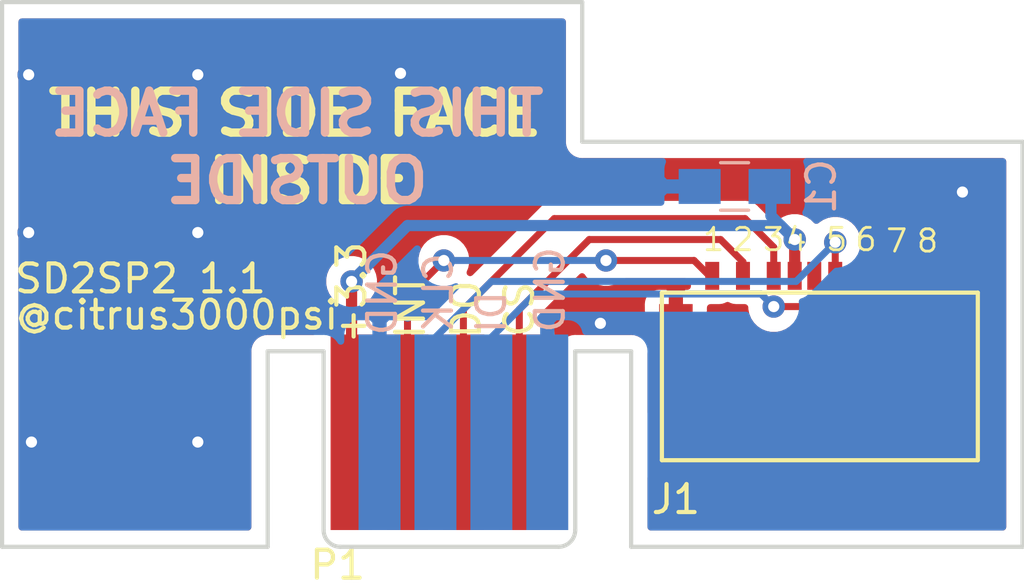
<source format=kicad_pcb>
(kicad_pcb (version 20171130) (host pcbnew "(5.1.0)-1")

  (general
    (thickness 1.2)
    (drawings 36)
    (tracks 53)
    (zones 0)
    (modules 3)
    (nets 9)
  )

  (page A4)
  (layers
    (0 F.Cu signal)
    (31 B.Cu signal)
    (32 B.Adhes user)
    (33 F.Adhes user)
    (34 B.Paste user)
    (35 F.Paste user)
    (36 B.SilkS user)
    (37 F.SilkS user)
    (38 B.Mask user hide)
    (39 F.Mask user)
    (40 Dwgs.User user)
    (41 Cmts.User user)
    (42 Eco1.User user)
    (43 Eco2.User user)
    (44 Edge.Cuts user)
    (45 Margin user)
    (46 B.CrtYd user)
    (47 F.CrtYd user)
    (48 B.Fab user)
    (49 F.Fab user)
  )

  (setup
    (last_trace_width 0.25)
    (user_trace_width 0.3)
    (user_trace_width 0.4)
    (trace_clearance 0.2)
    (zone_clearance 0.508)
    (zone_45_only no)
    (trace_min 0.2)
    (via_size 0.8)
    (via_drill 0.4)
    (via_min_size 0.4)
    (via_min_drill 0.3)
    (uvia_size 0.3)
    (uvia_drill 0.1)
    (uvias_allowed no)
    (uvia_min_size 0.2)
    (uvia_min_drill 0.1)
    (edge_width 0.15)
    (segment_width 0.2)
    (pcb_text_width 0.3)
    (pcb_text_size 1.5 1.5)
    (mod_edge_width 0.15)
    (mod_text_size 1 1)
    (mod_text_width 0.15)
    (pad_size 1.5 7)
    (pad_drill 0)
    (pad_to_mask_clearance 0.2)
    (aux_axis_origin 0 0)
    (visible_elements 7FFFFFFF)
    (pcbplotparams
      (layerselection 0x010f0_ffffffff)
      (usegerberextensions true)
      (usegerberattributes false)
      (usegerberadvancedattributes false)
      (creategerberjobfile false)
      (excludeedgelayer true)
      (linewidth 0.100000)
      (plotframeref false)
      (viasonmask false)
      (mode 1)
      (useauxorigin false)
      (hpglpennumber 1)
      (hpglpenspeed 20)
      (hpglpendiameter 15.000000)
      (psnegative false)
      (psa4output false)
      (plotreference true)
      (plotvalue true)
      (plotinvisibletext false)
      (padsonsilk false)
      (subtractmaskfromsilk false)
      (outputformat 1)
      (mirror false)
      (drillshape 0)
      (scaleselection 1)
      (outputdirectory "gerber_new/"))
  )

  (net 0 "")
  (net 1 /+3.3)
  (net 2 GND)
  (net 3 /INT)
  (net 4 /CLK)
  (net 5 /DO)
  (net 6 /DI)
  (net 7 /CS)
  (net 8 "Net-(J1-Pad8)")

  (net_class Default "This is the default net class."
    (clearance 0.2)
    (trace_width 0.25)
    (via_dia 0.8)
    (via_drill 0.4)
    (uvia_dia 0.3)
    (uvia_drill 0.1)
    (add_net /+3.3)
    (add_net /CLK)
    (add_net /CS)
    (add_net /DI)
    (add_net /DO)
    (add_net /INT)
    (add_net GND)
    (add_net "Net-(J1-Pad8)")
  )

  (module gc_sp2:SP2_FootPrint (layer F.Cu) (tedit 5BB4D81F) (tstamp 5BB4C95D)
    (at 75.5 115.9)
    (path /5BB384EE)
    (fp_text reference P1 (at -0.5 4.75) (layer F.SilkS)
      (effects (font (size 1 1) (thickness 0.15)))
    )
    (fp_text value SerialPort (at 4.5 4.75) (layer F.Fab)
      (effects (font (size 1 1) (thickness 0.15)))
    )
    (pad 1 smd rect (at 0 0) (size 1.5 7) (layers F.Cu F.Paste F.Mask)
      (net 1 /+3.3))
    (pad 2 smd rect (at 1 0) (size 1.5 7) (layers B.Cu B.Paste B.Mask)
      (net 2 GND))
    (pad 3 smd rect (at 2 0) (size 1.5 7) (layers F.Cu F.Paste F.Mask)
      (net 3 /INT))
    (pad 4 smd rect (at 3 0) (size 1.5 7) (layers B.Cu B.Adhes B.Mask)
      (net 4 /CLK))
    (pad 5 smd rect (at 4 0) (size 1.5 7) (layers F.Cu F.Paste F.Mask)
      (net 6 /DI))
    (pad 6 smd rect (at 5 0) (size 1.5 7) (layers B.Cu B.Paste B.Mask)
      (net 5 /DO))
    (pad 7 smd rect (at 6 0) (size 1.5 7) (layers F.Cu F.Paste F.Mask)
      (net 7 /CS))
    (pad 8 smd rect (at 7 0) (size 1.5 7) (layers B.Cu B.Paste B.Mask)
      (net 2 GND))
  )

  (module gc_sp2:1050270001 (layer F.Cu) (tedit 5BB4CF60) (tstamp 5BB50819)
    (at 96.1 110.3 180)
    (path /5BB385EE)
    (fp_text reference J1 (at 9 -8) (layer F.SilkS)
      (effects (font (size 1 1) (thickness 0.15)))
    )
    (fp_text value Micro_SD_Card (at 4 -3.9 180) (layer F.Fab)
      (effects (font (size 1 1) (thickness 0.15)))
    )
    (fp_line (start -1.8 -6.6) (end 9.5 -6.6) (layer F.SilkS) (width 0.15))
    (fp_line (start 9.5 -6.6) (end 9.5 -0.6) (layer F.SilkS) (width 0.15))
    (fp_line (start 9.5 -0.6) (end -1.8 -0.6) (layer F.SilkS) (width 0.15))
    (fp_line (start -1.8 -0.6) (end -1.8 -6.6) (layer F.SilkS) (width 0.15))
    (pad 8 smd rect (at 0 0 180) (size 0.5 1) (layers F.Cu F.Paste F.Mask)
      (net 8 "Net-(J1-Pad8)"))
    (pad 7 smd rect (at 1.1 0 180) (size 0.5 1) (layers F.Cu F.Paste F.Mask)
      (net 5 /DO))
    (pad 6 smd rect (at 2.2 0 180) (size 0.5 1) (layers F.Cu F.Paste F.Mask)
      (net 2 GND))
    (pad 5 smd rect (at 3.3 0 180) (size 0.5 1) (layers F.Cu F.Paste F.Mask)
      (net 4 /CLK))
    (pad "" smd rect (at 4.05 0 180) (size 0.5 1) (layers F.Cu F.Paste F.Mask))
    (pad 4 smd rect (at 4.75 0 180) (size 0.5 1) (layers F.Cu F.Paste F.Mask)
      (net 1 /+3.3))
    (pad 3 smd rect (at 5.5 0 180) (size 0.5 1) (layers F.Cu F.Paste F.Mask)
      (net 6 /DI))
    (pad 2 smd rect (at 6.6 0 180) (size 0.5 1) (layers F.Cu F.Paste F.Mask)
      (net 7 /CS))
    (pad 1 smd rect (at 7.7 0 180) (size 0.5 1) (layers F.Cu F.Paste F.Mask)
      (net 3 /INT))
    (pad 9 smd rect (at 9 -1.61 180) (size 1.2 1.2) (layers F.Cu F.Paste F.Mask)
      (net 2 GND))
    (pad 9 smd rect (at 9 -6.06 180) (size 1.2 1.2) (layers F.Cu F.Paste F.Mask)
      (net 2 GND))
    (pad 9 smd rect (at -1.3 -1.61 180) (size 1.2 1.2) (layers F.Cu F.Paste F.Mask)
      (net 2 GND))
    (pad 9 smd rect (at -1.3 -6.06 180) (size 1.2 1.2) (layers F.Cu F.Paste F.Mask)
      (net 2 GND))
  )

  (module Capacitors_SMD:C_0805_HandSoldering (layer B.Cu) (tedit 5BB4D9BD) (tstamp 5BBDD2DA)
    (at 89.2 107.1 180)
    (descr "Capacitor SMD 0805, hand soldering")
    (tags "capacitor 0805")
    (path /5BB39511)
    (attr smd)
    (fp_text reference C1 (at -3.1 0 90) (layer B.SilkS)
      (effects (font (size 1 1) (thickness 0.15)) (justify mirror))
    )
    (fp_text value .1 (at 3.1 0 180) (layer B.Fab) hide
      (effects (font (size 0.15 0.15) (thickness 0.0375)) (justify mirror))
    )
    (fp_text user %R (at -3.2 -0.1 270) (layer B.Fab)
      (effects (font (size 1 1) (thickness 0.15)) (justify mirror))
    )
    (fp_line (start -1 -0.62) (end -1 0.62) (layer B.Fab) (width 0.1))
    (fp_line (start 1 -0.62) (end -1 -0.62) (layer B.Fab) (width 0.1))
    (fp_line (start 1 0.62) (end 1 -0.62) (layer B.Fab) (width 0.1))
    (fp_line (start -1 0.62) (end 1 0.62) (layer B.Fab) (width 0.1))
    (fp_line (start 0.5 0.85) (end -0.5 0.85) (layer B.SilkS) (width 0.12))
    (fp_line (start -0.5 -0.85) (end 0.5 -0.85) (layer B.SilkS) (width 0.12))
    (fp_line (start -2.25 0.88) (end 2.25 0.88) (layer B.CrtYd) (width 0.05))
    (fp_line (start -2.25 0.88) (end -2.25 -0.87) (layer B.CrtYd) (width 0.05))
    (fp_line (start 2.25 -0.87) (end 2.25 0.88) (layer B.CrtYd) (width 0.05))
    (fp_line (start 2.25 -0.87) (end -2.25 -0.87) (layer B.CrtYd) (width 0.05))
    (pad 1 smd rect (at -1.25 0 180) (size 1.5 1.25) (layers B.Cu B.Paste B.Mask)
      (net 1 /+3.3))
    (pad 2 smd rect (at 1.25 0 180) (size 1.5 1.25) (layers B.Cu B.Paste B.Mask)
      (net 2 GND))
    (model Capacitors_SMD.3dshapes/C_0805.wrl
      (at (xyz 0 0 0))
      (scale (xyz 1 1 1))
      (rotate (xyz 0 0 0))
    )
  )

  (gr_arc (start 75.1 119.4) (end 74.5 119.4) (angle -90) (layer Edge.Cuts) (width 0.15) (tstamp 5CDEC216))
  (gr_arc (start 82.9 119.4) (end 82.9 120) (angle -90) (layer Edge.Cuts) (width 0.15))
  (gr_text DI (at 80.5 111.6 90) (layer B.SilkS) (tstamp 5BB50BBE)
    (effects (font (size 1 1) (thickness 0.15)) (justify mirror))
  )
  (gr_text CLK (at 78.6 110.9 90) (layer B.SilkS) (tstamp 5BB50BB9)
    (effects (font (size 1 1) (thickness 0.15)) (justify mirror))
  )
  (gr_text GND (at 76.6 110.9 90) (layer B.SilkS) (tstamp 5BB50BB6)
    (effects (font (size 1 1) (thickness 0.15)) (justify mirror))
  )
  (gr_text GND (at 82.6 110.8 90) (layer B.SilkS)
    (effects (font (size 1 1) (thickness 0.15)) (justify mirror))
  )
  (gr_text +3.3 (at 75.5 110.9 90) (layer F.SilkS) (tstamp 5BB50B3C)
    (effects (font (size 1 1) (thickness 0.15)))
  )
  (gr_text INT (at 77.6 111.4 90) (layer F.SilkS) (tstamp 5BB50B37)
    (effects (font (size 1 1) (thickness 0.15)))
  )
  (gr_text DO (at 79.6 111.5 90) (layer F.SilkS) (tstamp 5BB50B32)
    (effects (font (size 1 1) (thickness 0.15)))
  )
  (gr_text CS (at 81.5 111.5 90) (layer F.SilkS)
    (effects (font (size 1 1) (thickness 0.15)))
  )
  (gr_text 7 (at 95 109.05) (layer F.SilkS) (tstamp 5BB50B26)
    (effects (font (size 0.8 0.8) (thickness 0.1)))
  )
  (gr_text 6 (at 93.9 109) (layer F.SilkS) (tstamp 5BB50B22)
    (effects (font (size 0.8 0.8) (thickness 0.1)))
  )
  (gr_text 5 (at 92.85 109) (layer F.SilkS) (tstamp 5BB50B1D)
    (effects (font (size 0.8 0.8) (thickness 0.1)))
  )
  (gr_text 4 (at 91.4 109) (layer F.SilkS) (tstamp 5BB50B18)
    (effects (font (size 0.8 0.8) (thickness 0.1)))
  )
  (gr_text 3 (at 90.6 109) (layer F.SilkS) (tstamp 5BB50B14)
    (effects (font (size 0.8 0.8) (thickness 0.1)))
  )
  (gr_text 2 (at 89.5 109) (layer F.SilkS) (tstamp 5BB50B0C)
    (effects (font (size 0.8 0.8) (thickness 0.1)))
  )
  (gr_text 1 (at 88.45 109) (layer F.SilkS) (tstamp 5BB50B07)
    (effects (font (size 0.8 0.8) (thickness 0.1)))
  )
  (gr_text 8 (at 96.1 109.05) (layer F.SilkS)
    (effects (font (size 0.8 0.8) (thickness 0.1)))
  )
  (gr_text "SD2SP2 1.1" (at 67.95 110.4) (layer F.SilkS)
    (effects (font (size 1 1) (thickness 0.15)))
  )
  (gr_text @citrus3000psi (at 69.25 111.7) (layer F.SilkS)
    (effects (font (size 1 1) (thickness 0.15)))
  )
  (gr_text "THIS SIDE FACE\nOUTSIDE" (at 73.55 105.7) (layer B.SilkS)
    (effects (font (size 1.5 1.5) (thickness 0.3)) (justify mirror))
  )
  (gr_line (start 83.75 105.5) (end 83.75 100.5) (layer Edge.Cuts) (width 0.15))
  (gr_line (start 99.5 105.5) (end 83.75 105.5) (layer Edge.Cuts) (width 0.15))
  (gr_text "THIS SIDE FACE \nINSIDE" (at 74.05 105.7) (layer F.SilkS) (tstamp 5BB50AE4)
    (effects (font (size 1.5 1.5) (thickness 0.3)))
  )
  (gr_line (start 75.1 120) (end 82.9 120) (layer Edge.Cuts) (width 0.15))
  (gr_line (start 74.5 113) (end 74.5 119.4) (layer Edge.Cuts) (width 0.15))
  (gr_line (start 72.5 113) (end 74.5 113) (layer Edge.Cuts) (width 0.15))
  (gr_line (start 83.5 113) (end 83.5 119.4) (layer Edge.Cuts) (width 0.15))
  (gr_line (start 83.5 113) (end 85.5 113) (layer Edge.Cuts) (width 0.15))
  (gr_line (start 85.5 120) (end 85.5 113) (layer Edge.Cuts) (width 0.15))
  (gr_line (start 72.5 120) (end 72.5 113) (layer Edge.Cuts) (width 0.15))
  (gr_line (start 99.5 120) (end 85.5 120) (layer Edge.Cuts) (width 0.15))
  (gr_line (start 63 120) (end 72.5 120) (layer Edge.Cuts) (width 0.15))
  (gr_line (start 63 120) (end 63 100.5) (layer Edge.Cuts) (width 0.15))
  (gr_line (start 99.5 105.5) (end 99.5 120) (layer Edge.Cuts) (width 0.15))
  (gr_line (start 63 100.5) (end 83.75 100.5) (layer Edge.Cuts) (width 0.15))

  (via (at 75.5 110.5) (size 0.8) (drill 0.4) (layers F.Cu B.Cu) (net 1))
  (segment (start 75.5 110.5) (end 75.5 116.25) (width 0.4) (layer F.Cu) (net 1))
  (segment (start 90.5 107.15) (end 90.45 107.1) (width 0.25) (layer B.Cu) (net 1))
  (segment (start 91.35 109.05) (end 91.35 110.3) (width 0.4) (layer F.Cu) (net 1))
  (via (at 91.35 109) (size 0.8) (drill 0.4) (layers F.Cu B.Cu) (net 1))
  (segment (start 90.5 108.15) (end 90.5 107.15) (width 0.4) (layer B.Cu) (net 1))
  (segment (start 91.35 109) (end 90.5 108.15) (width 0.4) (layer B.Cu) (net 1))
  (segment (start 77.5 108.5) (end 75.5 110.5) (width 0.4) (layer B.Cu) (net 1))
  (segment (start 91.35 109) (end 90.85 108.5) (width 0.4) (layer B.Cu) (net 1))
  (segment (start 90.85 108.5) (end 77.5 108.5) (width 0.4) (layer B.Cu) (net 1))
  (via (at 64.05 116.25) (size 0.8) (drill 0.4) (layers F.Cu B.Cu) (net 2) (tstamp 5BB50A69))
  (via (at 70 116.25) (size 0.8) (drill 0.4) (layers F.Cu B.Cu) (net 2) (tstamp 5BB50A6B))
  (via (at 63.95 108.75) (size 0.8) (drill 0.4) (layers F.Cu B.Cu) (net 2) (tstamp 5BB50A6D))
  (via (at 70 108.75) (size 0.8) (drill 0.4) (layers F.Cu B.Cu) (net 2) (tstamp 5BB50A6F))
  (via (at 63.95 103.1) (size 0.8) (drill 0.4) (layers F.Cu B.Cu) (net 2) (tstamp 5BB50A71))
  (via (at 70 103.1) (size 0.8) (drill 0.4) (layers F.Cu B.Cu) (net 2) (tstamp 5BB50A73))
  (via (at 77.25 103.05) (size 0.8) (drill 0.4) (layers F.Cu B.Cu) (net 2) (tstamp 5BB50A75))
  (via (at 84.4 112) (size 0.8) (drill 0.4) (layers F.Cu B.Cu) (net 2) (tstamp 5BB4F9DA))
  (via (at 97.35 107.3) (size 0.8) (drill 0.4) (layers F.Cu B.Cu) (net 2) (tstamp 5BB4F9E1))
  (segment (start 82.5 116.25) (end 82.5 112.2) (width 0.4) (layer B.Cu) (net 2))
  (segment (start 76.5 116.25) (end 76.5 112.05) (width 0.4) (layer B.Cu) (net 2))
  (via (at 84.6 109.75) (size 0.8) (drill 0.4) (layers F.Cu B.Cu) (net 3))
  (segment (start 88.3 110.3) (end 88.4 110.3) (width 0.25) (layer F.Cu) (net 3))
  (segment (start 84.6 109.75) (end 87.75 109.75) (width 0.25) (layer F.Cu) (net 3))
  (segment (start 87.75 109.75) (end 88.3 110.3) (width 0.25) (layer F.Cu) (net 3))
  (via (at 78.8 109.75) (size 0.8) (drill 0.4) (layers F.Cu B.Cu) (net 3))
  (segment (start 78.8 109.75) (end 84.6 109.75) (width 0.25) (layer B.Cu) (net 3))
  (segment (start 77.5 111.05) (end 77.5 116.25) (width 0.25) (layer F.Cu) (net 3))
  (segment (start 78.8 109.75) (end 77.5 111.05) (width 0.25) (layer F.Cu) (net 3))
  (via (at 92.8 109.1) (size 0.8) (drill 0.4) (layers F.Cu B.Cu) (net 4))
  (segment (start 92.8 109.1) (end 92.8 110.3) (width 0.25) (layer F.Cu) (net 4))
  (segment (start 78.5 112.5) (end 78.5 116.25) (width 0.25) (layer B.Cu) (net 4))
  (segment (start 80.5 110.5) (end 78.5 112.5) (width 0.25) (layer B.Cu) (net 4))
  (segment (start 92.8 109.1) (end 91.4 110.5) (width 0.25) (layer B.Cu) (net 4))
  (segment (start 91.4 110.5) (end 80.5 110.5) (width 0.25) (layer B.Cu) (net 4))
  (via (at 90.6 111.4) (size 0.8) (drill 0.4) (layers F.Cu B.Cu) (net 5))
  (segment (start 80.5 112.5) (end 80.5 116.25) (width 0.25) (layer B.Cu) (net 5))
  (segment (start 82.05 110.95) (end 80.5 112.5) (width 0.25) (layer B.Cu) (net 5))
  (segment (start 90.6 111.4) (end 90.15 110.95) (width 0.25) (layer B.Cu) (net 5))
  (segment (start 90.15 110.95) (end 82.05 110.95) (width 0.25) (layer B.Cu) (net 5))
  (segment (start 90.6 111.4) (end 94.7 111.4) (width 0.25) (layer F.Cu) (net 5))
  (segment (start 95 111.1) (end 95 110.3) (width 0.25) (layer F.Cu) (net 5))
  (segment (start 94.7 111.4) (end 95 111.1) (width 0.25) (layer F.Cu) (net 5))
  (segment (start 79.5 111.5) (end 82.75 108.25) (width 0.25) (layer F.Cu) (net 6))
  (segment (start 79.5 116.25) (end 79.5 111.5) (width 0.25) (layer F.Cu) (net 6))
  (segment (start 90.6 110.3) (end 90.6 109.275) (width 0.25) (layer F.Cu) (net 6))
  (segment (start 89.575 108.25) (end 82.75 108.25) (width 0.25) (layer F.Cu) (net 6))
  (segment (start 90.6 109.275) (end 89.575 108.25) (width 0.25) (layer F.Cu) (net 6))
  (segment (start 89.5 109.8) (end 89.5 110.3) (width 0.25) (layer F.Cu) (net 7))
  (segment (start 88.7 109) (end 89.5 109.8) (width 0.25) (layer F.Cu) (net 7))
  (segment (start 84 109) (end 88.7 109) (width 0.25) (layer F.Cu) (net 7))
  (segment (start 81.5 116.25) (end 81.5 111.5) (width 0.25) (layer F.Cu) (net 7))
  (segment (start 81.5 111.5) (end 84 109) (width 0.25) (layer F.Cu) (net 7))

  (zone (net 2) (net_name GND) (layer F.Cu) (tstamp 5CAB6F32) (hatch edge 0.508)
    (connect_pads (clearance 0.508))
    (min_thickness 0.254)
    (fill yes (arc_segments 16) (thermal_gap 0.508) (thermal_bridge_width 0.508))
    (polygon
      (pts
        (xy 63 120) (xy 72.5 120) (xy 72.5 113) (xy 85.5 113) (xy 85.5 120)
        (xy 99.5 120) (xy 99.5 105.5) (xy 83.75 105.5) (xy 83.75 100.5) (xy 63 100.5)
      )
    )
    (filled_polygon
      (pts
        (xy 83.04 105.465123) (xy 83.036565 105.5) (xy 83.050273 105.639184) (xy 83.090872 105.77302) (xy 83.1568 105.896363)
        (xy 83.245525 106.004475) (xy 83.353637 106.0932) (xy 83.47698 106.159128) (xy 83.610816 106.199727) (xy 83.75 106.213435)
        (xy 83.784877 106.21) (xy 98.79 106.21) (xy 98.790001 119.29) (xy 86.21 119.29) (xy 86.21 117.52501)
        (xy 86.25582 117.549502) (xy 86.375518 117.585812) (xy 86.5 117.598072) (xy 86.81425 117.595) (xy 86.973 117.43625)
        (xy 86.973 116.487) (xy 87.227 116.487) (xy 87.227 117.43625) (xy 87.38575 117.595) (xy 87.7 117.598072)
        (xy 87.824482 117.585812) (xy 87.94418 117.549502) (xy 88.054494 117.490537) (xy 88.151185 117.411185) (xy 88.230537 117.314494)
        (xy 88.289502 117.20418) (xy 88.325812 117.084482) (xy 88.338072 116.96) (xy 96.161928 116.96) (xy 96.174188 117.084482)
        (xy 96.210498 117.20418) (xy 96.269463 117.314494) (xy 96.348815 117.411185) (xy 96.445506 117.490537) (xy 96.55582 117.549502)
        (xy 96.675518 117.585812) (xy 96.8 117.598072) (xy 97.11425 117.595) (xy 97.273 117.43625) (xy 97.273 116.487)
        (xy 97.527 116.487) (xy 97.527 117.43625) (xy 97.68575 117.595) (xy 98 117.598072) (xy 98.124482 117.585812)
        (xy 98.24418 117.549502) (xy 98.354494 117.490537) (xy 98.451185 117.411185) (xy 98.530537 117.314494) (xy 98.589502 117.20418)
        (xy 98.625812 117.084482) (xy 98.638072 116.96) (xy 98.635 116.64575) (xy 98.47625 116.487) (xy 97.527 116.487)
        (xy 97.273 116.487) (xy 96.32375 116.487) (xy 96.165 116.64575) (xy 96.161928 116.96) (xy 88.338072 116.96)
        (xy 88.335 116.64575) (xy 88.17625 116.487) (xy 87.227 116.487) (xy 86.973 116.487) (xy 86.953 116.487)
        (xy 86.953 116.233) (xy 86.973 116.233) (xy 86.973 115.28375) (xy 87.227 115.28375) (xy 87.227 116.233)
        (xy 88.17625 116.233) (xy 88.335 116.07425) (xy 88.338072 115.76) (xy 96.161928 115.76) (xy 96.165 116.07425)
        (xy 96.32375 116.233) (xy 97.273 116.233) (xy 97.273 115.28375) (xy 97.527 115.28375) (xy 97.527 116.233)
        (xy 98.47625 116.233) (xy 98.635 116.07425) (xy 98.638072 115.76) (xy 98.625812 115.635518) (xy 98.589502 115.51582)
        (xy 98.530537 115.405506) (xy 98.451185 115.308815) (xy 98.354494 115.229463) (xy 98.24418 115.170498) (xy 98.124482 115.134188)
        (xy 98 115.121928) (xy 97.68575 115.125) (xy 97.527 115.28375) (xy 97.273 115.28375) (xy 97.11425 115.125)
        (xy 96.8 115.121928) (xy 96.675518 115.134188) (xy 96.55582 115.170498) (xy 96.445506 115.229463) (xy 96.348815 115.308815)
        (xy 96.269463 115.405506) (xy 96.210498 115.51582) (xy 96.174188 115.635518) (xy 96.161928 115.76) (xy 88.338072 115.76)
        (xy 88.325812 115.635518) (xy 88.289502 115.51582) (xy 88.230537 115.405506) (xy 88.151185 115.308815) (xy 88.054494 115.229463)
        (xy 87.94418 115.170498) (xy 87.824482 115.134188) (xy 87.7 115.121928) (xy 87.38575 115.125) (xy 87.227 115.28375)
        (xy 86.973 115.28375) (xy 86.81425 115.125) (xy 86.5 115.121928) (xy 86.375518 115.134188) (xy 86.25582 115.170498)
        (xy 86.21 115.19499) (xy 86.21 113.07501) (xy 86.25582 113.099502) (xy 86.375518 113.135812) (xy 86.5 113.148072)
        (xy 86.81425 113.145) (xy 86.973 112.98625) (xy 86.973 112.037) (xy 87.227 112.037) (xy 87.227 112.98625)
        (xy 87.38575 113.145) (xy 87.7 113.148072) (xy 87.824482 113.135812) (xy 87.94418 113.099502) (xy 88.054494 113.040537)
        (xy 88.151185 112.961185) (xy 88.230537 112.864494) (xy 88.289502 112.75418) (xy 88.325812 112.634482) (xy 88.338072 112.51)
        (xy 96.161928 112.51) (xy 96.174188 112.634482) (xy 96.210498 112.75418) (xy 96.269463 112.864494) (xy 96.348815 112.961185)
        (xy 96.445506 113.040537) (xy 96.55582 113.099502) (xy 96.675518 113.135812) (xy 96.8 113.148072) (xy 97.11425 113.145)
        (xy 97.273 112.98625) (xy 97.273 112.037) (xy 97.527 112.037) (xy 97.527 112.98625) (xy 97.68575 113.145)
        (xy 98 113.148072) (xy 98.124482 113.135812) (xy 98.24418 113.099502) (xy 98.354494 113.040537) (xy 98.451185 112.961185)
        (xy 98.530537 112.864494) (xy 98.589502 112.75418) (xy 98.625812 112.634482) (xy 98.638072 112.51) (xy 98.635 112.19575)
        (xy 98.47625 112.037) (xy 97.527 112.037) (xy 97.273 112.037) (xy 96.32375 112.037) (xy 96.165 112.19575)
        (xy 96.161928 112.51) (xy 88.338072 112.51) (xy 88.335 112.19575) (xy 88.17625 112.037) (xy 87.227 112.037)
        (xy 86.973 112.037) (xy 86.02375 112.037) (xy 85.865 112.19575) (xy 85.863111 112.389026) (xy 85.77302 112.340872)
        (xy 85.639184 112.300273) (xy 85.534877 112.29) (xy 85.5 112.286565) (xy 85.465123 112.29) (xy 83.534877 112.29)
        (xy 83.5 112.286565) (xy 83.465123 112.29) (xy 83.360816 112.300273) (xy 83.22698 112.340872) (xy 83.103637 112.4068)
        (xy 82.995525 112.495525) (xy 82.9068 112.603637) (xy 82.888072 112.638675) (xy 82.888072 112.4) (xy 82.875812 112.275518)
        (xy 82.839502 112.15582) (xy 82.780537 112.045506) (xy 82.701185 111.948815) (xy 82.604494 111.869463) (xy 82.49418 111.810498)
        (xy 82.374482 111.774188) (xy 82.307236 111.767565) (xy 82.764801 111.31) (xy 85.861928 111.31) (xy 85.865 111.62425)
        (xy 86.02375 111.783) (xy 86.973 111.783) (xy 86.973 110.83375) (xy 86.81425 110.675) (xy 86.5 110.671928)
        (xy 86.375518 110.684188) (xy 86.25582 110.720498) (xy 86.145506 110.779463) (xy 86.048815 110.858815) (xy 85.969463 110.955506)
        (xy 85.910498 111.06582) (xy 85.874188 111.185518) (xy 85.861928 111.31) (xy 82.764801 111.31) (xy 83.743578 110.331224)
        (xy 83.796063 110.409774) (xy 83.940226 110.553937) (xy 84.109744 110.667205) (xy 84.298102 110.745226) (xy 84.498061 110.785)
        (xy 84.701939 110.785) (xy 84.901898 110.745226) (xy 85.090256 110.667205) (xy 85.259774 110.553937) (xy 85.303711 110.51)
        (xy 87.435198 110.51) (xy 87.511928 110.58673) (xy 87.511928 110.673767) (xy 87.38575 110.675) (xy 87.227 110.83375)
        (xy 87.227 111.783) (xy 88.17625 111.783) (xy 88.335 111.62425) (xy 88.33682 111.438072) (xy 88.65 111.438072)
        (xy 88.774482 111.425812) (xy 88.89418 111.389502) (xy 88.95 111.359665) (xy 89.00582 111.389502) (xy 89.125518 111.425812)
        (xy 89.25 111.438072) (xy 89.565 111.438072) (xy 89.565 111.501939) (xy 89.604774 111.701898) (xy 89.682795 111.890256)
        (xy 89.796063 112.059774) (xy 89.940226 112.203937) (xy 90.109744 112.317205) (xy 90.298102 112.395226) (xy 90.498061 112.435)
        (xy 90.701939 112.435) (xy 90.901898 112.395226) (xy 91.090256 112.317205) (xy 91.259774 112.203937) (xy 91.303711 112.16)
        (xy 94.662678 112.16) (xy 94.7 112.163676) (xy 94.737322 112.16) (xy 94.737333 112.16) (xy 94.848986 112.149003)
        (xy 94.992247 112.105546) (xy 95.124276 112.034974) (xy 95.240001 111.940001) (xy 95.263804 111.910997) (xy 95.510998 111.663803)
        (xy 95.540001 111.640001) (xy 95.634974 111.524276) (xy 95.692895 111.415916) (xy 95.725518 111.425812) (xy 95.85 111.438072)
        (xy 96.16318 111.438072) (xy 96.165 111.62425) (xy 96.32375 111.783) (xy 97.273 111.783) (xy 97.273 110.83375)
        (xy 97.527 110.83375) (xy 97.527 111.783) (xy 98.47625 111.783) (xy 98.635 111.62425) (xy 98.638072 111.31)
        (xy 98.625812 111.185518) (xy 98.589502 111.06582) (xy 98.530537 110.955506) (xy 98.451185 110.858815) (xy 98.354494 110.779463)
        (xy 98.24418 110.720498) (xy 98.124482 110.684188) (xy 98 110.671928) (xy 97.68575 110.675) (xy 97.527 110.83375)
        (xy 97.273 110.83375) (xy 97.11425 110.675) (xy 96.988072 110.673767) (xy 96.988072 109.8) (xy 96.975812 109.675518)
        (xy 96.939502 109.55582) (xy 96.880537 109.445506) (xy 96.801185 109.348815) (xy 96.704494 109.269463) (xy 96.59418 109.210498)
        (xy 96.474482 109.174188) (xy 96.35 109.161928) (xy 95.85 109.161928) (xy 95.725518 109.174188) (xy 95.60582 109.210498)
        (xy 95.55 109.240335) (xy 95.49418 109.210498) (xy 95.374482 109.174188) (xy 95.25 109.161928) (xy 94.75 109.161928)
        (xy 94.625518 109.174188) (xy 94.50582 109.210498) (xy 94.45011 109.240276) (xy 94.405579 109.21535) (xy 94.286609 109.176723)
        (xy 94.18175 109.165) (xy 94.023 109.32375) (xy 94.023 110.173) (xy 94.047 110.173) (xy 94.047 110.427)
        (xy 94.023 110.427) (xy 94.023 110.447) (xy 93.777 110.447) (xy 93.777 110.427) (xy 93.753 110.427)
        (xy 93.753 110.173) (xy 93.777 110.173) (xy 93.777 109.445899) (xy 93.795226 109.401898) (xy 93.835 109.201939)
        (xy 93.835 108.998061) (xy 93.795226 108.798102) (xy 93.717205 108.609744) (xy 93.603937 108.440226) (xy 93.459774 108.296063)
        (xy 93.290256 108.182795) (xy 93.101898 108.104774) (xy 92.901939 108.065) (xy 92.698061 108.065) (xy 92.498102 108.104774)
        (xy 92.309744 108.182795) (xy 92.140226 108.296063) (xy 92.125 108.311289) (xy 92.009774 108.196063) (xy 91.840256 108.082795)
        (xy 91.651898 108.004774) (xy 91.451939 107.965) (xy 91.248061 107.965) (xy 91.048102 108.004774) (xy 90.859744 108.082795)
        (xy 90.690226 108.196063) (xy 90.643045 108.243244) (xy 90.138804 107.739002) (xy 90.115001 107.709999) (xy 89.999276 107.615026)
        (xy 89.867247 107.544454) (xy 89.723986 107.500997) (xy 89.612333 107.49) (xy 89.612322 107.49) (xy 89.575 107.486324)
        (xy 89.537678 107.49) (xy 82.787322 107.49) (xy 82.749999 107.486324) (xy 82.712676 107.49) (xy 82.712667 107.49)
        (xy 82.601014 107.500997) (xy 82.457753 107.544454) (xy 82.325723 107.615026) (xy 82.242083 107.683668) (xy 82.209999 107.709999)
        (xy 82.186201 107.738997) (xy 79.740018 110.185181) (xy 79.795226 110.051898) (xy 79.835 109.851939) (xy 79.835 109.648061)
        (xy 79.795226 109.448102) (xy 79.717205 109.259744) (xy 79.603937 109.090226) (xy 79.459774 108.946063) (xy 79.290256 108.832795)
        (xy 79.101898 108.754774) (xy 78.901939 108.715) (xy 78.698061 108.715) (xy 78.498102 108.754774) (xy 78.309744 108.832795)
        (xy 78.140226 108.946063) (xy 77.996063 109.090226) (xy 77.882795 109.259744) (xy 77.804774 109.448102) (xy 77.765 109.648061)
        (xy 77.765 109.710198) (xy 76.989003 110.486196) (xy 76.959999 110.509999) (xy 76.915948 110.563676) (xy 76.865026 110.625724)
        (xy 76.805909 110.736323) (xy 76.794454 110.757754) (xy 76.750997 110.901015) (xy 76.74 111.012668) (xy 76.74 111.012678)
        (xy 76.736324 111.05) (xy 76.74 111.087323) (xy 76.74 111.762913) (xy 76.625518 111.774188) (xy 76.50582 111.810498)
        (xy 76.5 111.813609) (xy 76.49418 111.810498) (xy 76.374482 111.774188) (xy 76.335 111.770299) (xy 76.335 111.113285)
        (xy 76.417205 110.990256) (xy 76.495226 110.801898) (xy 76.535 110.601939) (xy 76.535 110.398061) (xy 76.495226 110.198102)
        (xy 76.417205 110.009744) (xy 76.303937 109.840226) (xy 76.159774 109.696063) (xy 75.990256 109.582795) (xy 75.801898 109.504774)
        (xy 75.601939 109.465) (xy 75.398061 109.465) (xy 75.198102 109.504774) (xy 75.009744 109.582795) (xy 74.840226 109.696063)
        (xy 74.696063 109.840226) (xy 74.582795 110.009744) (xy 74.504774 110.198102) (xy 74.465 110.398061) (xy 74.465 110.601939)
        (xy 74.504774 110.801898) (xy 74.582795 110.990256) (xy 74.665 111.113285) (xy 74.665 111.770299) (xy 74.625518 111.774188)
        (xy 74.50582 111.810498) (xy 74.395506 111.869463) (xy 74.298815 111.948815) (xy 74.219463 112.045506) (xy 74.160498 112.15582)
        (xy 74.124188 112.275518) (xy 74.122762 112.29) (xy 72.534877 112.29) (xy 72.5 112.286565) (xy 72.465123 112.29)
        (xy 72.360816 112.300273) (xy 72.22698 112.340872) (xy 72.103637 112.4068) (xy 71.995525 112.495525) (xy 71.9068 112.603637)
        (xy 71.840872 112.72698) (xy 71.800273 112.860816) (xy 71.786565 113) (xy 71.790001 113.034887) (xy 71.79 119.29)
        (xy 63.71 119.29) (xy 63.71 101.21) (xy 83.040001 101.21)
      )
    )
  )
  (zone (net 2) (net_name GND) (layer B.Cu) (tstamp 5CAB6F2F) (hatch edge 0.508)
    (connect_pads (clearance 0.508))
    (min_thickness 0.254)
    (fill yes (arc_segments 16) (thermal_gap 0.508) (thermal_bridge_width 0.508))
    (polygon
      (pts
        (xy 63 120) (xy 72.5 120) (xy 72.5 113) (xy 85.5 113) (xy 85.5 120)
        (xy 99.4 120) (xy 99.5 105.5) (xy 83.75 105.5) (xy 83.75 100.5) (xy 63 100.5)
      )
    )
    (filled_polygon
      (pts
        (xy 98.790001 119.29) (xy 86.21 119.29) (xy 86.21 113.034877) (xy 86.213435 113) (xy 86.199727 112.860816)
        (xy 86.159128 112.72698) (xy 86.0932 112.603637) (xy 86.004475 112.495525) (xy 85.896363 112.4068) (xy 85.77302 112.340872)
        (xy 85.639184 112.300273) (xy 85.534877 112.29) (xy 85.5 112.286565) (xy 85.465123 112.29) (xy 83.877238 112.29)
        (xy 83.875812 112.275518) (xy 83.839502 112.15582) (xy 83.780537 112.045506) (xy 83.701185 111.948815) (xy 83.604494 111.869463)
        (xy 83.49418 111.810498) (xy 83.374482 111.774188) (xy 83.25 111.761928) (xy 82.78575 111.765) (xy 82.627 111.92375)
        (xy 82.627 112.873) (xy 82.373 112.873) (xy 82.373 111.92375) (xy 82.262026 111.812776) (xy 82.364802 111.71)
        (xy 89.60813 111.71) (xy 89.682795 111.890256) (xy 89.796063 112.059774) (xy 89.940226 112.203937) (xy 90.109744 112.317205)
        (xy 90.298102 112.395226) (xy 90.498061 112.435) (xy 90.701939 112.435) (xy 90.901898 112.395226) (xy 91.090256 112.317205)
        (xy 91.259774 112.203937) (xy 91.403937 112.059774) (xy 91.517205 111.890256) (xy 91.595226 111.701898) (xy 91.635 111.501939)
        (xy 91.635 111.298061) (xy 91.620903 111.227188) (xy 91.692247 111.205546) (xy 91.824276 111.134974) (xy 91.940001 111.040001)
        (xy 91.963804 111.010997) (xy 92.839802 110.135) (xy 92.901939 110.135) (xy 93.101898 110.095226) (xy 93.290256 110.017205)
        (xy 93.459774 109.903937) (xy 93.603937 109.759774) (xy 93.717205 109.590256) (xy 93.795226 109.401898) (xy 93.835 109.201939)
        (xy 93.835 108.998061) (xy 93.795226 108.798102) (xy 93.717205 108.609744) (xy 93.603937 108.440226) (xy 93.459774 108.296063)
        (xy 93.290256 108.182795) (xy 93.101898 108.104774) (xy 92.901939 108.065) (xy 92.698061 108.065) (xy 92.498102 108.104774)
        (xy 92.309744 108.182795) (xy 92.140226 108.296063) (xy 92.125 108.311289) (xy 92.009774 108.196063) (xy 91.840256 108.082795)
        (xy 91.748981 108.044988) (xy 91.789502 107.96918) (xy 91.825812 107.849482) (xy 91.838072 107.725) (xy 91.838072 106.475)
        (xy 91.825812 106.350518) (xy 91.789502 106.23082) (xy 91.778373 106.21) (xy 98.79 106.21)
      )
    )
    (filled_polygon
      (pts
        (xy 83.04 105.465123) (xy 83.036565 105.5) (xy 83.050273 105.639184) (xy 83.090872 105.77302) (xy 83.1568 105.896363)
        (xy 83.245525 106.004475) (xy 83.353637 106.0932) (xy 83.47698 106.159128) (xy 83.610816 106.199727) (xy 83.75 106.213435)
        (xy 83.784877 106.21) (xy 86.621627 106.21) (xy 86.610498 106.23082) (xy 86.574188 106.350518) (xy 86.561928 106.475)
        (xy 86.565 106.81425) (xy 86.72375 106.973) (xy 87.823 106.973) (xy 87.823 106.953) (xy 88.077 106.953)
        (xy 88.077 106.973) (xy 88.097 106.973) (xy 88.097 107.227) (xy 88.077 107.227) (xy 88.077 107.247)
        (xy 87.823 107.247) (xy 87.823 107.227) (xy 86.72375 107.227) (xy 86.565 107.38575) (xy 86.562471 107.665)
        (xy 77.541018 107.665) (xy 77.499999 107.66096) (xy 77.458981 107.665) (xy 77.336311 107.677082) (xy 77.178913 107.724828)
        (xy 77.033854 107.802364) (xy 76.906709 107.906709) (xy 76.880559 107.938573) (xy 75.343225 109.475907) (xy 75.198102 109.504774)
        (xy 75.009744 109.582795) (xy 74.840226 109.696063) (xy 74.696063 109.840226) (xy 74.582795 110.009744) (xy 74.504774 110.198102)
        (xy 74.465 110.398061) (xy 74.465 110.601939) (xy 74.504774 110.801898) (xy 74.582795 110.990256) (xy 74.696063 111.159774)
        (xy 74.840226 111.303937) (xy 75.009744 111.417205) (xy 75.198102 111.495226) (xy 75.398061 111.535) (xy 75.601939 111.535)
        (xy 75.801898 111.495226) (xy 75.990256 111.417205) (xy 76.159774 111.303937) (xy 76.303937 111.159774) (xy 76.417205 110.990256)
        (xy 76.495226 110.801898) (xy 76.524093 110.656775) (xy 77.845868 109.335) (xy 77.851623 109.335) (xy 77.804774 109.448102)
        (xy 77.765 109.648061) (xy 77.765 109.851939) (xy 77.804774 110.051898) (xy 77.882795 110.240256) (xy 77.996063 110.409774)
        (xy 78.140226 110.553937) (xy 78.309744 110.667205) (xy 78.498102 110.745226) (xy 78.698061 110.785) (xy 78.901939 110.785)
        (xy 79.101898 110.745226) (xy 79.23518 110.690018) (xy 78.163271 111.761928) (xy 77.75 111.761928) (xy 77.625518 111.774188)
        (xy 77.50582 111.810498) (xy 77.5 111.813609) (xy 77.49418 111.810498) (xy 77.374482 111.774188) (xy 77.25 111.761928)
        (xy 76.78575 111.765) (xy 76.627 111.92375) (xy 76.627 112.873) (xy 76.373 112.873) (xy 76.373 111.92375)
        (xy 76.21425 111.765) (xy 75.75 111.761928) (xy 75.625518 111.774188) (xy 75.50582 111.810498) (xy 75.395506 111.869463)
        (xy 75.298815 111.948815) (xy 75.219463 112.045506) (xy 75.160498 112.15582) (xy 75.124188 112.275518) (xy 75.111928 112.4)
        (xy 75.112157 112.639102) (xy 75.0932 112.603637) (xy 75.004475 112.495525) (xy 74.896363 112.4068) (xy 74.77302 112.340872)
        (xy 74.639184 112.300273) (xy 74.534877 112.29) (xy 74.5 112.286565) (xy 74.465123 112.29) (xy 72.534877 112.29)
        (xy 72.5 112.286565) (xy 72.465123 112.29) (xy 72.360816 112.300273) (xy 72.22698 112.340872) (xy 72.103637 112.4068)
        (xy 71.995525 112.495525) (xy 71.9068 112.603637) (xy 71.840872 112.72698) (xy 71.800273 112.860816) (xy 71.786565 113)
        (xy 71.790001 113.034887) (xy 71.79 119.29) (xy 63.71 119.29) (xy 63.71 101.21) (xy 83.040001 101.21)
      )
    )
  )
)

</source>
